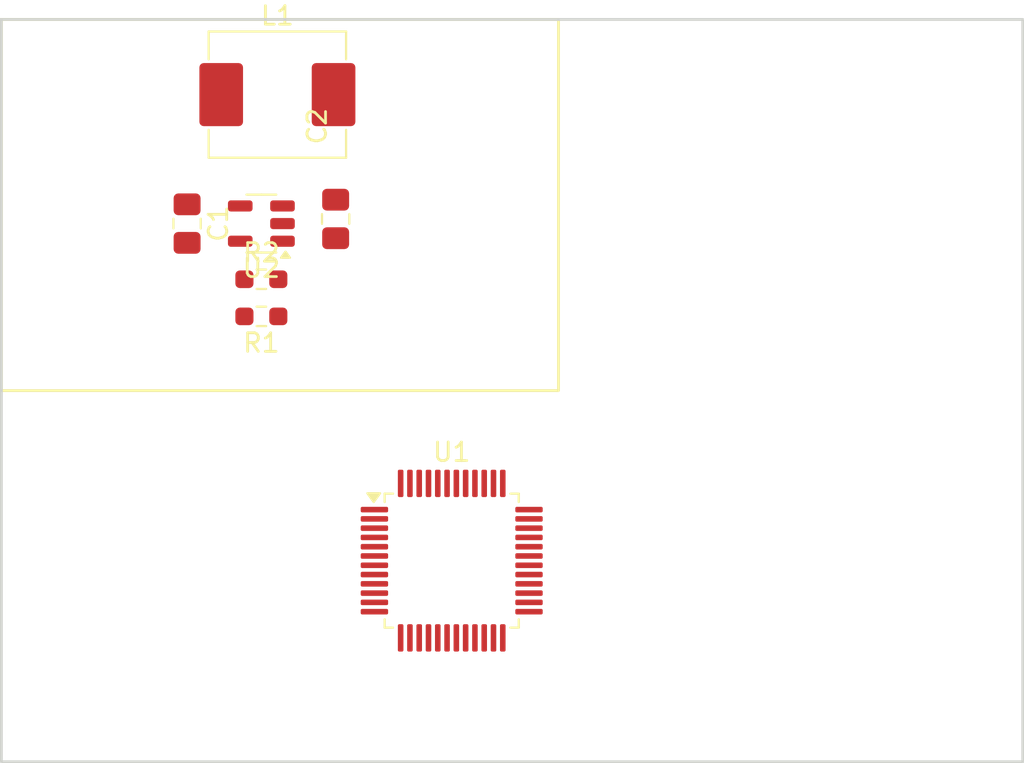
<source format=kicad_pcb>
(kicad_pcb (version 20240108) (generator "pcbnew") (generator_version "8.0")
  (layers (0 "F.Cu" signal) (31 "B.Cu" signal) (34 "B.Paste" user) (35 "F.Paste" user) (36 "B.SilkS" user "B.Silkscreen") (37 "F.SilkS" user "F.Silkscreen") (38 "B.Mask" user) (39 "F.Mask" user) (44 "Edge.Cuts" user))
  (net 0 "")
  (net 1 "GND")
  (net 2 "Net-(U1-VSS-Pad23)")
  (net 49 "Net-(C1-+)")
  (net 50 "Net-(R1--)")
  (net 51 "Net-(L1-+)")
  (net 52 "+3.3V")
  (footprint "Package_TO_SOT_SMD:SOT-23-5" (layer "F.Cu") (at 114 61 180)
    (property "Reference" "U2" (at 0 -2.4 360) (layer "F.SilkS"))
    (property "Value" "TLV62569DBV")
    (fp_line (start 0 1.56) (end 0.8 1.56) (stroke (width 0.12)) (layer "F.SilkS"))
    (fp_line (start 0 1.56) (end -0.8 1.56) (stroke (width 0.12)) (layer "F.SilkS"))
    (fp_line (start 0 -1.56) (end 0.8 -1.56) (stroke (width 0.12)) (layer "F.SilkS"))
    (fp_line (start 0 -1.56) (end -0.8 -1.56) (stroke (width 0.12)) (layer "F.SilkS"))
    (fp_poly (pts (xy -1.3 -1.51) (xy -1.54 -1.84) (xy -1.06 -1.84) (xy -1.3 -1.51)) (stroke (width 0.12)) (fill solid) (layer "F.SilkS"))
    (pad "1" smd roundrect (at -1.1375 -0.95 180) (size 1.325 0.6) (layers "F.Cu" "F.Paste" "F.Mask") (net 49 "Net-(C1-+)"))
    (pad "2" smd roundrect (at -1.1375 0 180) (size 1.325 0.6) (layers "F.Cu" "F.Paste" "F.Mask") (net 1 "GND"))
    (pad "3" smd roundrect (at -1.1375 0.95 180) (size 1.325 0.6) (layers "F.Cu" "F.Paste" "F.Mask") (net 51 "Net-(L1-+)"))
    (pad "4" smd roundrect (at 1.1375 0.95 180) (size 1.325 0.6) (layers "F.Cu" "F.Paste" "F.Mask") (net 49 "Net-(C1-+)"))
    (pad "5" smd roundrect (at 1.1375 -0.95 180) (size 1.325 0.6) (layers "F.Cu" "F.Paste" "F.Mask") (net 50 "Net-(R1--)"))
  )
  (footprint "Resistor_SMD:R_0603_1608Metric_Pad0.98x0.95mm_HandSolder" (layer "F.Cu") (at 114 64)
    (property "Reference" "R2" (at 0 -1.43 0) (layer "F.SilkS"))
    (property "Value" "100K")
    (fp_line (start -0.254724 -0.5225) (end 0.254724 -0.5225) (stroke (width 0.12)) (layer "F.SilkS"))
    (fp_line (start -0.254724 0.5225) (end 0.254724 0.5225) (stroke (width 0.12)) (layer "F.SilkS"))
    (pad "1" smd roundrect (at -0.9125 0) (size 0.975 0.95) (layers "F.Cu" "F.Paste" "F.Mask") (net 50 "Net-(R1--)"))
    (pad "2" smd roundrect (at 0.9125 0) (size 0.975 0.95) (layers "F.Cu" "F.Paste" "F.Mask") (net 1 "GND"))
  )
  (footprint "Package_QFP:LQFP-48_7x7mm_P0.5mm" (layer "F.Cu") (at 124.25 79.1625)
    (property "Reference" "U1" (at 0 -5.85 0) (layer "F.SilkS"))
    (property "Value" "STM32F030C8Tx")
    (fp_line (start -3.61 -3.61) (end -3.61 -3.16) (stroke (width 0.12)) (layer "F.SilkS"))
    (fp_line (start -3.61 3.61) (end -3.61 3.16) (stroke (width 0.12)) (layer "F.SilkS"))
    (fp_line (start -3.16 -3.61) (end -3.61 -3.61) (stroke (width 0.12)) (layer "F.SilkS"))
    (fp_line (start -3.16 3.61) (end -3.61 3.61) (stroke (width 0.12)) (layer "F.SilkS"))
    (fp_line (start 3.16 -3.61) (end 3.61 -3.61) (stroke (width 0.12)) (layer "F.SilkS"))
    (fp_line (start 3.16 3.61) (end 3.61 3.61) (stroke (width 0.12)) (layer "F.SilkS"))
    (fp_line (start 3.61 -3.61) (end 3.61 -3.16) (stroke (width 0.12)) (layer "F.SilkS"))
    (fp_line (start 3.61 3.61) (end 3.61 3.16) (stroke (width 0.12)) (layer "F.SilkS"))
    (fp_poly (pts (xy -4.2 -3.16) (xy -4.54 -3.63) (xy -3.86 -3.63) (xy -4.2 -3.16)) (stroke (width 0.12)) (fill solid) (layer "F.SilkS"))
    (pad "1" smd roundrect (at -4.1625 -2.75) (size 1.475 0.3) (layers "F.Cu" "F.Paste" "F.Mask"))
    (pad "2" smd roundrect (at -4.1625 -2.25) (size 1.475 0.3) (layers "F.Cu" "F.Paste" "F.Mask"))
    (pad "3" smd roundrect (at -4.1625 -1.75) (size 1.475 0.3) (layers "F.Cu" "F.Paste" "F.Mask"))
    (pad "4" smd roundrect (at -4.1625 -1.25) (size 1.475 0.3) (layers "F.Cu" "F.Paste" "F.Mask"))
    (pad "5" smd roundrect (at -4.1625 -0.75) (size 1.475 0.3) (layers "F.Cu" "F.Paste" "F.Mask"))
    (pad "6" smd roundrect (at -4.1625 -0.25) (size 1.475 0.3) (layers "F.Cu" "F.Paste" "F.Mask"))
    (pad "7" smd roundrect (at -4.1625 0.25) (size 1.475 0.3) (layers "F.Cu" "F.Paste" "F.Mask"))
    (pad "8" smd roundrect (at -4.1625 0.75) (size 1.475 0.3) (layers "F.Cu" "F.Paste" "F.Mask"))
    (pad "9" smd roundrect (at -4.1625 1.25) (size 1.475 0.3) (layers "F.Cu" "F.Paste" "F.Mask"))
    (pad "10" smd roundrect (at -4.1625 1.75) (size 1.475 0.3) (layers "F.Cu" "F.Paste" "F.Mask"))
    (pad "11" smd roundrect (at -4.1625 2.25) (size 1.475 0.3) (layers "F.Cu" "F.Paste" "F.Mask"))
    (pad "12" smd roundrect (at -4.1625 2.75) (size 1.475 0.3) (layers "F.Cu" "F.Paste" "F.Mask"))
    (pad "13" smd roundrect (at -2.75 4.1625) (size 0.3 1.475) (layers "F.Cu" "F.Paste" "F.Mask"))
    (pad "14" smd roundrect (at -2.25 4.1625) (size 0.3 1.475) (layers "F.Cu" "F.Paste" "F.Mask"))
    (pad "15" smd roundrect (at -1.75 4.1625) (size 0.3 1.475) (layers "F.Cu" "F.Paste" "F.Mask"))
    (pad "16" smd roundrect (at -1.25 4.1625) (size 0.3 1.475) (layers "F.Cu" "F.Paste" "F.Mask"))
    (pad "17" smd roundrect (at -0.75 4.1625) (size 0.3 1.475) (layers "F.Cu" "F.Paste" "F.Mask"))
    (pad "18" smd roundrect (at -0.25 4.1625) (size 0.3 1.475) (layers "F.Cu" "F.Paste" "F.Mask"))
    (pad "19" smd roundrect (at 0.25 4.1625) (size 0.3 1.475) (layers "F.Cu" "F.Paste" "F.Mask"))
    (pad "20" smd roundrect (at 0.75 4.1625) (size 0.3 1.475) (layers "F.Cu" "F.Paste" "F.Mask"))
    (pad "21" smd roundrect (at 1.25 4.1625) (size 0.3 1.475) (layers "F.Cu" "F.Paste" "F.Mask"))
    (pad "22" smd roundrect (at 1.75 4.1625) (size 0.3 1.475) (layers "F.Cu" "F.Paste" "F.Mask"))
    (pad "23" smd roundrect (at 2.25 4.1625) (size 0.3 1.475) (layers "F.Cu" "F.Paste" "F.Mask") (net 2 "Net-(U1-VSS-Pad23)"))
    (pad "24" smd roundrect (at 2.75 4.1625) (size 0.3 1.475) (layers "F.Cu" "F.Paste" "F.Mask"))
    (pad "25" smd roundrect (at 4.1625 2.75) (size 1.475 0.3) (layers "F.Cu" "F.Paste" "F.Mask"))
    (pad "26" smd roundrect (at 4.1625 2.25) (size 1.475 0.3) (layers "F.Cu" "F.Paste" "F.Mask"))
    (pad "27" smd roundrect (at 4.1625 1.75) (size 1.475 0.3) (layers "F.Cu" "F.Paste" "F.Mask"))
    (pad "28" smd roundrect (at 4.1625 1.25) (size 1.475 0.3) (layers "F.Cu" "F.Paste" "F.Mask"))
    (pad "29" smd roundrect (at 4.1625 0.75) (size 1.475 0.3) (layers "F.Cu" "F.Paste" "F.Mask"))
    (pad "30" smd roundrect (at 4.1625 0.25) (size 1.475 0.3) (layers "F.Cu" "F.Paste" "F.Mask"))
    (pad "31" smd roundrect (at 4.1625 -0.25) (size 1.475 0.3) (layers "F.Cu" "F.Paste" "F.Mask"))
    (pad "32" smd roundrect (at 4.1625 -0.75) (size 1.475 0.3) (layers "F.Cu" "F.Paste" "F.Mask"))
    (pad "33" smd roundrect (at 4.1625 -1.25) (size 1.475 0.3) (layers "F.Cu" "F.Paste" "F.Mask"))
    (pad "34" smd roundrect (at 4.1625 -1.75) (size 1.475 0.3) (layers "F.Cu" "F.Paste" "F.Mask"))
    (pad "35" smd roundrect (at 4.1625 -2.25) (size 1.475 0.3) (layers "F.Cu" "F.Paste" "F.Mask"))
    (pad "36" smd roundrect (at 4.1625 -2.75) (size 1.475 0.3) (layers "F.Cu" "F.Paste" "F.Mask"))
    (pad "37" smd roundrect (at 2.75 -4.1625) (size 0.3 1.475) (layers "F.Cu" "F.Paste" "F.Mask"))
    (pad "38" smd roundrect (at 2.25 -4.1625) (size 0.3 1.475) (layers "F.Cu" "F.Paste" "F.Mask"))
    (pad "39" smd roundrect (at 1.75 -4.1625) (size 0.3 1.475) (layers "F.Cu" "F.Paste" "F.Mask"))
    (pad "40" smd roundrect (at 1.25 -4.1625) (size 0.3 1.475) (layers "F.Cu" "F.Paste" "F.Mask"))
    (pad "41" smd roundrect (at 0.75 -4.1625) (size 0.3 1.475) (layers "F.Cu" "F.Paste" "F.Mask"))
    (pad "42" smd roundrect (at 0.25 -4.1625) (size 0.3 1.475) (layers "F.Cu" "F.Paste" "F.Mask"))
    (pad "43" smd roundrect (at -0.25 -4.1625) (size 0.3 1.475) (layers "F.Cu" "F.Paste" "F.Mask"))
    (pad "44" smd roundrect (at -0.75 -4.1625) (size 0.3 1.475) (layers "F.Cu" "F.Paste" "F.Mask"))
    (pad "45" smd roundrect (at -1.25 -4.1625) (size 0.3 1.475) (layers "F.Cu" "F.Paste" "F.Mask"))
    (pad "46" smd roundrect (at -1.75 -4.1625) (size 0.3 1.475) (layers "F.Cu" "F.Paste" "F.Mask"))
    (pad "47" smd roundrect (at -2.25 -4.1625) (size 0.3 1.475) (layers "F.Cu" "F.Paste" "F.Mask") (net 2 "Net-(U1-VSS-Pad23)"))
    (pad "48" smd roundrect (at -2.75 -4.1625) (size 0.3 1.475) (layers "F.Cu" "F.Paste" "F.Mask"))
  )
  (footprint "Capacitor_SMD:C_0805_2012Metric_Pad1.18x1.45mm_HandSolder" (layer "F.Cu") (at 110 61 -90)
    (property "Reference" "C1" (at 0 -1.68 90) (layer "F.SilkS"))
    (property "Value" "4.7uF")
    (fp_line (start -0.261252 0.735) (end 0.261252 0.735) (stroke (width 0.12)) (layer "F.SilkS"))
    (fp_line (start -0.261252 -0.735) (end 0.261252 -0.735) (stroke (width 0.12)) (layer "F.SilkS"))
    (pad "1" smd roundrect (at -1.0375 0 270) (size 1.175 1.45) (layers "F.Cu" "F.Paste" "F.Mask") (roundrect_rratio 0.212766) (net 49 "Net-(C1-+)"))
    (pad "2" smd roundrect (at 1.0375 0 270) (size 1.175 1.45) (layers "F.Cu" "F.Paste" "F.Mask") (roundrect_rratio 0.212766) (net 1 "GND"))
  )
  (footprint "Inductor_SMD:L_Abracon_ASPI-0630LR" (layer "F.Cu") (at 114.8625 54.05)
    (property "Reference" "L1" (at 0 -4.25 360) (layer "F.SilkS"))
    (property "Value" "1uH")
    (fp_line (start -3.7 -3.4) (end -3.7 -1.9) (stroke (width 0.12)) (layer "F.SilkS"))
    (fp_line (start -3.7 3.4) (end -3.7 1.9) (stroke (width 0.12)) (layer "F.SilkS"))
    (fp_line (start -3.7 3.4) (end 3.7 3.4) (stroke (width 0.12)) (layer "F.SilkS"))
    (fp_line (start 3.7 -3.4) (end -3.7 -3.4) (stroke (width 0.12)) (layer "F.SilkS"))
    (fp_line (start 3.7 -3.4) (end 3.7 -1.9) (stroke (width 0.12)) (layer "F.SilkS"))
    (fp_line (start 3.7 3.4) (end 3.7 1.9) (stroke (width 0.12)) (layer "F.SilkS"))
    (pad "1" smd roundrect (at -3.025 0) (size 2.35 3.4) (layers "F.Cu" "F.Paste" "F.Mask") (roundrect_rratio 0.1) (net 51 "Net-(L1-+)"))
    (pad "2" smd roundrect (at 3.025 0) (size 2.35 3.4) (layers "F.Cu" "F.Paste" "F.Mask") (roundrect_rratio 0.1) (net 52 "+3.3V"))
  )
  (footprint "Resistor_SMD:R_0603_1608Metric_Pad0.98x0.95mm_HandSolder" (layer "F.Cu") (at 114 66 180)
    (property "Reference" "R1" (at 0 -1.43 180) (layer "F.SilkS"))
    (property "Value" "453K")
    (fp_line (start -0.254724 0.5225) (end 0.254724 0.5225) (stroke (width 0.12)) (layer "F.SilkS"))
    (fp_line (start -0.254724 -0.5225) (end 0.254724 -0.5225) (stroke (width 0.12)) (layer "F.SilkS"))
    (pad "1" smd roundrect (at -0.9125 0 180) (size 0.975 0.95) (layers "F.Cu" "F.Paste" "F.Mask") (net 52 "+3.3V"))
    (pad "2" smd roundrect (at 0.9125 0 180) (size 0.975 0.95) (layers "F.Cu" "F.Paste" "F.Mask") (net 50 "Net-(R1--)"))
  )
  (footprint "Capacitor_SMD:C_0805_2012Metric_Pad1.18x1.45mm_HandSolder" (layer "F.Cu") (at 118 60.75 -90)
    (property "Reference" "C2" (at -5 1 90) (layer "F.SilkS"))
    (property "Value" "22uF")
    (fp_line (start -0.261252 0.735) (end 0.261252 0.735) (stroke (width 0.12)) (layer "F.SilkS"))
    (fp_line (start -0.261252 -0.735) (end 0.261252 -0.735) (stroke (width 0.12)) (layer "F.SilkS"))
    (pad "1" smd roundrect (at -1.0375 0 270) (size 1.175 1.45) (layers "F.Cu" "F.Paste" "F.Mask") (roundrect_rratio 0.212766) (net 52 "+3.3V"))
    (pad "2" smd roundrect (at 1.0375 0 270) (size 1.175 1.45) (layers "F.Cu" "F.Paste" "F.Mask") (roundrect_rratio 0.212766) (net 1 "GND"))
  )
  (gr_rect (start 100 50) (end 130 70) (stroke (width 0.15)) (fill none) (layer "F.SilkS"))
  (gr_rect (start 100 50) (end 155 90) (stroke (width 0.15)) (fill none) (layer "Edge.Cuts"))
)
</source>
